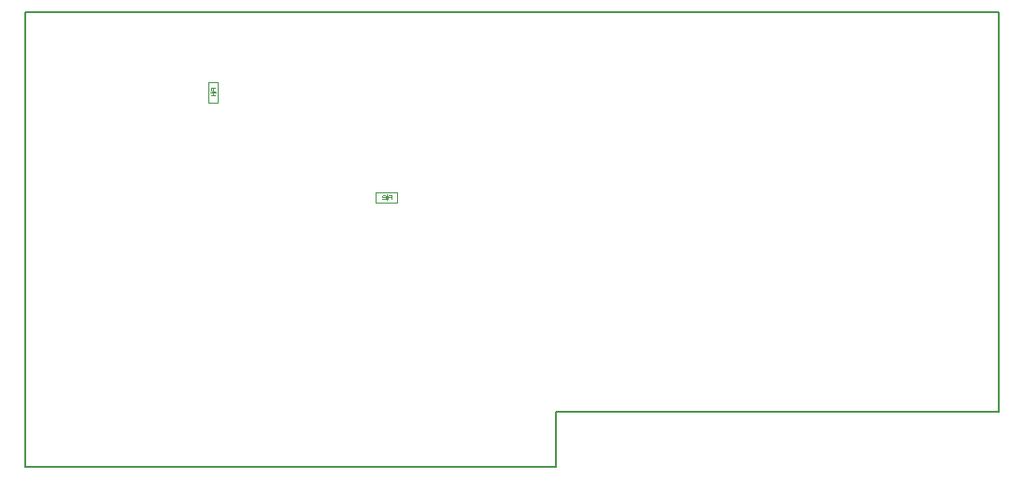
<source format=gbr>
G04 PROTEUS GERBER X2 FILE*
%TF.GenerationSoftware,Labcenter,Proteus,8.6-SP2-Build23525*%
%TF.CreationDate,2019-05-24T14:24:23+00:00*%
%TF.FileFunction,AssemblyDrawing,Bot*%
%TF.FilePolarity,Positive*%
%TF.Part,Single*%
%FSLAX45Y45*%
%MOMM*%
G01*
%TA.AperFunction,Material*%
%ADD55C,0.050000*%
%ADD56C,0.057000*%
%TA.AperFunction,Profile*%
%ADD25C,0.203200*%
%TD.AperFunction*%
D55*
X-5155000Y+6925000D02*
X-5155000Y+6735000D01*
X-5245000Y+6735000D01*
X-5245000Y+6925000D01*
X-5155000Y+6925000D01*
X-5225000Y+6830000D02*
X-5175000Y+6830000D01*
X-5200000Y+6805000D02*
X-5200000Y+6855000D01*
D56*
X-5182900Y+6875600D02*
X-5217100Y+6875600D01*
X-5217100Y+6847100D01*
X-5211400Y+6841400D01*
X-5205700Y+6841400D01*
X-5200000Y+6847100D01*
X-5200000Y+6875600D01*
X-5200000Y+6847100D02*
X-5194300Y+6841400D01*
X-5182900Y+6841400D01*
X-5205700Y+6818600D02*
X-5217100Y+6807200D01*
X-5182900Y+6807200D01*
D55*
X-3535000Y+5835000D02*
X-3725000Y+5835000D01*
X-3725000Y+5925000D01*
X-3535000Y+5925000D01*
X-3535000Y+5835000D01*
X-3630000Y+5905000D02*
X-3630000Y+5855000D01*
X-3655000Y+5880000D02*
X-3605000Y+5880000D01*
D56*
X-3584400Y+5862900D02*
X-3584400Y+5897100D01*
X-3612900Y+5897100D01*
X-3618600Y+5891400D01*
X-3618600Y+5885700D01*
X-3612900Y+5880000D01*
X-3584400Y+5880000D01*
X-3612900Y+5880000D02*
X-3618600Y+5874300D01*
X-3618600Y+5862900D01*
X-3635700Y+5891400D02*
X-3641400Y+5897100D01*
X-3658500Y+5897100D01*
X-3664200Y+5891400D01*
X-3664200Y+5885700D01*
X-3658500Y+5880000D01*
X-3641400Y+5880000D01*
X-3635700Y+5874300D01*
X-3635700Y+5862900D01*
X-3664200Y+5862900D01*
D25*
X-6900000Y+7560000D02*
X+1920000Y+7560000D01*
X-6900000Y+7560000D02*
X-6900000Y+3440000D01*
X+1920000Y+7560000D02*
X+1920000Y+3940000D01*
X-6900000Y+3440000D02*
X-2090000Y+3440000D01*
X-2090000Y+3940000D01*
X+1920000Y+3940000D01*
M02*

</source>
